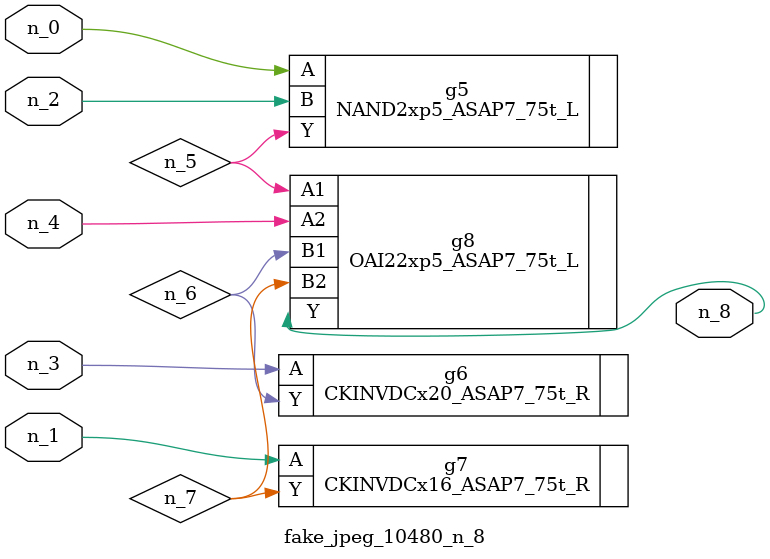
<source format=v>
module fake_jpeg_10480_n_8 (n_3, n_2, n_1, n_0, n_4, n_8);

input n_3;
input n_2;
input n_1;
input n_0;
input n_4;

output n_8;

wire n_6;
wire n_5;
wire n_7;

NAND2xp5_ASAP7_75t_L g5 ( 
.A(n_0),
.B(n_2),
.Y(n_5)
);

CKINVDCx20_ASAP7_75t_R g6 ( 
.A(n_3),
.Y(n_6)
);

CKINVDCx16_ASAP7_75t_R g7 ( 
.A(n_1),
.Y(n_7)
);

OAI22xp5_ASAP7_75t_L g8 ( 
.A1(n_5),
.A2(n_4),
.B1(n_6),
.B2(n_7),
.Y(n_8)
);


endmodule
</source>
